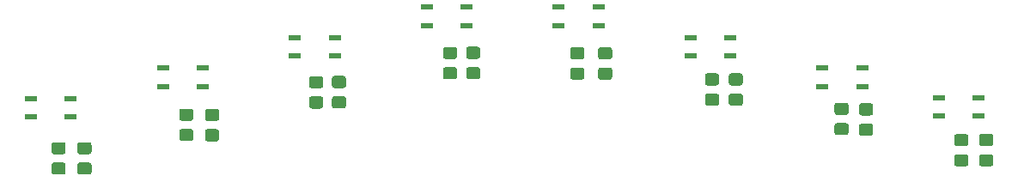
<source format=gbr>
%TF.GenerationSoftware,KiCad,Pcbnew,(5.1.9)-1*%
%TF.CreationDate,2021-05-13T01:41:10+02:00*%
%TF.ProjectId,CzujnikOdb,437a756a-6e69-46b4-9f64-622e6b696361,rev?*%
%TF.SameCoordinates,Original*%
%TF.FileFunction,Paste,Bot*%
%TF.FilePolarity,Positive*%
%FSLAX46Y46*%
G04 Gerber Fmt 4.6, Leading zero omitted, Abs format (unit mm)*
G04 Created by KiCad (PCBNEW (5.1.9)-1) date 2021-05-13 01:41:10*
%MOMM*%
%LPD*%
G01*
G04 APERTURE LIST*
%ADD10R,1.300000X0.600000*%
G04 APERTURE END LIST*
D10*
%TO.C,U8*%
X170435000Y-108345000D03*
X166505000Y-108345000D03*
X170435000Y-106545000D03*
X166505000Y-106545000D03*
%TD*%
%TO.C,U7*%
X158965000Y-105395000D03*
X155035000Y-105395000D03*
X158965000Y-103595000D03*
X155035000Y-103595000D03*
%TD*%
%TO.C,U6*%
X145965000Y-102395000D03*
X142035000Y-102395000D03*
X145965000Y-100595000D03*
X142035000Y-100595000D03*
%TD*%
%TO.C,U5*%
X132965000Y-99395000D03*
X129035000Y-99395000D03*
X132965000Y-97595000D03*
X129035000Y-97595000D03*
%TD*%
%TO.C,U4*%
X119965000Y-99395000D03*
X116035000Y-99395000D03*
X119965000Y-97595000D03*
X116035000Y-97595000D03*
%TD*%
%TO.C,U3*%
X106965000Y-102395000D03*
X103035000Y-102395000D03*
X106965000Y-100595000D03*
X103035000Y-100595000D03*
%TD*%
%TO.C,U2*%
X93965000Y-105395000D03*
X90035000Y-105395000D03*
X93965000Y-103595000D03*
X90035000Y-103595000D03*
%TD*%
%TO.C,U1*%
X80965000Y-108395000D03*
X77035000Y-108395000D03*
X80965000Y-106595000D03*
X77035000Y-106595000D03*
%TD*%
%TO.C,R11*%
G36*
G01*
X134070001Y-102740000D02*
X133169999Y-102740000D01*
G75*
G02*
X132920000Y-102490001I0J249999D01*
G01*
X132920000Y-101789999D01*
G75*
G02*
X133169999Y-101540000I249999J0D01*
G01*
X134070001Y-101540000D01*
G75*
G02*
X134320000Y-101789999I0J-249999D01*
G01*
X134320000Y-102490001D01*
G75*
G02*
X134070001Y-102740000I-249999J0D01*
G01*
G37*
G36*
G01*
X134070001Y-104740000D02*
X133169999Y-104740000D01*
G75*
G02*
X132920000Y-104490001I0J249999D01*
G01*
X132920000Y-103789999D01*
G75*
G02*
X133169999Y-103540000I249999J0D01*
G01*
X134070001Y-103540000D01*
G75*
G02*
X134320000Y-103789999I0J-249999D01*
G01*
X134320000Y-104490001D01*
G75*
G02*
X134070001Y-104740000I-249999J0D01*
G01*
G37*
%TD*%
%TO.C,R9*%
G36*
G01*
X131330001Y-104730000D02*
X130429999Y-104730000D01*
G75*
G02*
X130180000Y-104480001I0J249999D01*
G01*
X130180000Y-103779999D01*
G75*
G02*
X130429999Y-103530000I249999J0D01*
G01*
X131330001Y-103530000D01*
G75*
G02*
X131580000Y-103779999I0J-249999D01*
G01*
X131580000Y-104480001D01*
G75*
G02*
X131330001Y-104730000I-249999J0D01*
G01*
G37*
G36*
G01*
X131330001Y-102730000D02*
X130429999Y-102730000D01*
G75*
G02*
X130180000Y-102480001I0J249999D01*
G01*
X130180000Y-101779999D01*
G75*
G02*
X130429999Y-101530000I249999J0D01*
G01*
X131330001Y-101530000D01*
G75*
G02*
X131580000Y-101779999I0J-249999D01*
G01*
X131580000Y-102480001D01*
G75*
G02*
X131330001Y-102730000I-249999J0D01*
G01*
G37*
%TD*%
%TO.C,R8*%
G36*
G01*
X121070001Y-102690000D02*
X120169999Y-102690000D01*
G75*
G02*
X119920000Y-102440001I0J249999D01*
G01*
X119920000Y-101739999D01*
G75*
G02*
X120169999Y-101490000I249999J0D01*
G01*
X121070001Y-101490000D01*
G75*
G02*
X121320000Y-101739999I0J-249999D01*
G01*
X121320000Y-102440001D01*
G75*
G02*
X121070001Y-102690000I-249999J0D01*
G01*
G37*
G36*
G01*
X121070001Y-104690000D02*
X120169999Y-104690000D01*
G75*
G02*
X119920000Y-104440001I0J249999D01*
G01*
X119920000Y-103739999D01*
G75*
G02*
X120169999Y-103490000I249999J0D01*
G01*
X121070001Y-103490000D01*
G75*
G02*
X121320000Y-103739999I0J-249999D01*
G01*
X121320000Y-104440001D01*
G75*
G02*
X121070001Y-104690000I-249999J0D01*
G01*
G37*
%TD*%
%TO.C,R6*%
G36*
G01*
X118780001Y-104710000D02*
X117879999Y-104710000D01*
G75*
G02*
X117630000Y-104460001I0J249999D01*
G01*
X117630000Y-103759999D01*
G75*
G02*
X117879999Y-103510000I249999J0D01*
G01*
X118780001Y-103510000D01*
G75*
G02*
X119030000Y-103759999I0J-249999D01*
G01*
X119030000Y-104460001D01*
G75*
G02*
X118780001Y-104710000I-249999J0D01*
G01*
G37*
G36*
G01*
X118780001Y-102710000D02*
X117879999Y-102710000D01*
G75*
G02*
X117630000Y-102460001I0J249999D01*
G01*
X117630000Y-101759999D01*
G75*
G02*
X117879999Y-101510000I249999J0D01*
G01*
X118780001Y-101510000D01*
G75*
G02*
X119030000Y-101759999I0J-249999D01*
G01*
X119030000Y-102460001D01*
G75*
G02*
X118780001Y-102710000I-249999J0D01*
G01*
G37*
%TD*%
%TO.C,R1*%
G36*
G01*
X80200001Y-114100000D02*
X79299999Y-114100000D01*
G75*
G02*
X79050000Y-113850001I0J249999D01*
G01*
X79050000Y-113149999D01*
G75*
G02*
X79299999Y-112900000I249999J0D01*
G01*
X80200001Y-112900000D01*
G75*
G02*
X80450000Y-113149999I0J-249999D01*
G01*
X80450000Y-113850001D01*
G75*
G02*
X80200001Y-114100000I-249999J0D01*
G01*
G37*
G36*
G01*
X80200001Y-112100000D02*
X79299999Y-112100000D01*
G75*
G02*
X79050000Y-111850001I0J249999D01*
G01*
X79050000Y-111149999D01*
G75*
G02*
X79299999Y-110900000I249999J0D01*
G01*
X80200001Y-110900000D01*
G75*
G02*
X80450000Y-111149999I0J-249999D01*
G01*
X80450000Y-111850001D01*
G75*
G02*
X80200001Y-112100000I-249999J0D01*
G01*
G37*
%TD*%
%TO.C,R2*%
G36*
G01*
X92790001Y-108790000D02*
X91889999Y-108790000D01*
G75*
G02*
X91640000Y-108540001I0J249999D01*
G01*
X91640000Y-107839999D01*
G75*
G02*
X91889999Y-107590000I249999J0D01*
G01*
X92790001Y-107590000D01*
G75*
G02*
X93040000Y-107839999I0J-249999D01*
G01*
X93040000Y-108540001D01*
G75*
G02*
X92790001Y-108790000I-249999J0D01*
G01*
G37*
G36*
G01*
X92790001Y-110790000D02*
X91889999Y-110790000D01*
G75*
G02*
X91640000Y-110540001I0J249999D01*
G01*
X91640000Y-109839999D01*
G75*
G02*
X91889999Y-109590000I249999J0D01*
G01*
X92790001Y-109590000D01*
G75*
G02*
X93040000Y-109839999I0J-249999D01*
G01*
X93040000Y-110540001D01*
G75*
G02*
X92790001Y-110790000I-249999J0D01*
G01*
G37*
%TD*%
%TO.C,R3*%
G36*
G01*
X82750001Y-112100000D02*
X81849999Y-112100000D01*
G75*
G02*
X81600000Y-111850001I0J249999D01*
G01*
X81600000Y-111149999D01*
G75*
G02*
X81849999Y-110900000I249999J0D01*
G01*
X82750001Y-110900000D01*
G75*
G02*
X83000000Y-111149999I0J-249999D01*
G01*
X83000000Y-111850001D01*
G75*
G02*
X82750001Y-112100000I-249999J0D01*
G01*
G37*
G36*
G01*
X82750001Y-114100000D02*
X81849999Y-114100000D01*
G75*
G02*
X81600000Y-113850001I0J249999D01*
G01*
X81600000Y-113149999D01*
G75*
G02*
X81849999Y-112900000I249999J0D01*
G01*
X82750001Y-112900000D01*
G75*
G02*
X83000000Y-113149999I0J-249999D01*
G01*
X83000000Y-113850001D01*
G75*
G02*
X82750001Y-114100000I-249999J0D01*
G01*
G37*
%TD*%
%TO.C,R4*%
G36*
G01*
X95330001Y-110820000D02*
X94429999Y-110820000D01*
G75*
G02*
X94180000Y-110570001I0J249999D01*
G01*
X94180000Y-109869999D01*
G75*
G02*
X94429999Y-109620000I249999J0D01*
G01*
X95330001Y-109620000D01*
G75*
G02*
X95580000Y-109869999I0J-249999D01*
G01*
X95580000Y-110570001D01*
G75*
G02*
X95330001Y-110820000I-249999J0D01*
G01*
G37*
G36*
G01*
X95330001Y-108820000D02*
X94429999Y-108820000D01*
G75*
G02*
X94180000Y-108570001I0J249999D01*
G01*
X94180000Y-107869999D01*
G75*
G02*
X94429999Y-107620000I249999J0D01*
G01*
X95330001Y-107620000D01*
G75*
G02*
X95580000Y-107869999I0J-249999D01*
G01*
X95580000Y-108570001D01*
G75*
G02*
X95330001Y-108820000I-249999J0D01*
G01*
G37*
%TD*%
%TO.C,R5*%
G36*
G01*
X105590001Y-105590000D02*
X104689999Y-105590000D01*
G75*
G02*
X104440000Y-105340001I0J249999D01*
G01*
X104440000Y-104639999D01*
G75*
G02*
X104689999Y-104390000I249999J0D01*
G01*
X105590001Y-104390000D01*
G75*
G02*
X105840000Y-104639999I0J-249999D01*
G01*
X105840000Y-105340001D01*
G75*
G02*
X105590001Y-105590000I-249999J0D01*
G01*
G37*
G36*
G01*
X105590001Y-107590000D02*
X104689999Y-107590000D01*
G75*
G02*
X104440000Y-107340001I0J249999D01*
G01*
X104440000Y-106639999D01*
G75*
G02*
X104689999Y-106390000I249999J0D01*
G01*
X105590001Y-106390000D01*
G75*
G02*
X105840000Y-106639999I0J-249999D01*
G01*
X105840000Y-107340001D01*
G75*
G02*
X105590001Y-107590000I-249999J0D01*
G01*
G37*
%TD*%
%TO.C,R7*%
G36*
G01*
X107840001Y-107570000D02*
X106939999Y-107570000D01*
G75*
G02*
X106690000Y-107320001I0J249999D01*
G01*
X106690000Y-106619999D01*
G75*
G02*
X106939999Y-106370000I249999J0D01*
G01*
X107840001Y-106370000D01*
G75*
G02*
X108090000Y-106619999I0J-249999D01*
G01*
X108090000Y-107320001D01*
G75*
G02*
X107840001Y-107570000I-249999J0D01*
G01*
G37*
G36*
G01*
X107840001Y-105570000D02*
X106939999Y-105570000D01*
G75*
G02*
X106690000Y-105320001I0J249999D01*
G01*
X106690000Y-104619999D01*
G75*
G02*
X106939999Y-104370000I249999J0D01*
G01*
X107840001Y-104370000D01*
G75*
G02*
X108090000Y-104619999I0J-249999D01*
G01*
X108090000Y-105320001D01*
G75*
G02*
X107840001Y-105570000I-249999J0D01*
G01*
G37*
%TD*%
%TO.C,R10*%
G36*
G01*
X144610001Y-105310000D02*
X143709999Y-105310000D01*
G75*
G02*
X143460000Y-105060001I0J249999D01*
G01*
X143460000Y-104359999D01*
G75*
G02*
X143709999Y-104110000I249999J0D01*
G01*
X144610001Y-104110000D01*
G75*
G02*
X144860000Y-104359999I0J-249999D01*
G01*
X144860000Y-105060001D01*
G75*
G02*
X144610001Y-105310000I-249999J0D01*
G01*
G37*
G36*
G01*
X144610001Y-107310000D02*
X143709999Y-107310000D01*
G75*
G02*
X143460000Y-107060001I0J249999D01*
G01*
X143460000Y-106359999D01*
G75*
G02*
X143709999Y-106110000I249999J0D01*
G01*
X144610001Y-106110000D01*
G75*
G02*
X144860000Y-106359999I0J-249999D01*
G01*
X144860000Y-107060001D01*
G75*
G02*
X144610001Y-107310000I-249999J0D01*
G01*
G37*
%TD*%
%TO.C,R12*%
G36*
G01*
X146950001Y-107310000D02*
X146049999Y-107310000D01*
G75*
G02*
X145800000Y-107060001I0J249999D01*
G01*
X145800000Y-106359999D01*
G75*
G02*
X146049999Y-106110000I249999J0D01*
G01*
X146950001Y-106110000D01*
G75*
G02*
X147200000Y-106359999I0J-249999D01*
G01*
X147200000Y-107060001D01*
G75*
G02*
X146950001Y-107310000I-249999J0D01*
G01*
G37*
G36*
G01*
X146950001Y-105310000D02*
X146049999Y-105310000D01*
G75*
G02*
X145800000Y-105060001I0J249999D01*
G01*
X145800000Y-104359999D01*
G75*
G02*
X146049999Y-104110000I249999J0D01*
G01*
X146950001Y-104110000D01*
G75*
G02*
X147200000Y-104359999I0J-249999D01*
G01*
X147200000Y-105060001D01*
G75*
G02*
X146950001Y-105310000I-249999J0D01*
G01*
G37*
%TD*%
%TO.C,R13*%
G36*
G01*
X157370001Y-110210000D02*
X156469999Y-110210000D01*
G75*
G02*
X156220000Y-109960001I0J249999D01*
G01*
X156220000Y-109259999D01*
G75*
G02*
X156469999Y-109010000I249999J0D01*
G01*
X157370001Y-109010000D01*
G75*
G02*
X157620000Y-109259999I0J-249999D01*
G01*
X157620000Y-109960001D01*
G75*
G02*
X157370001Y-110210000I-249999J0D01*
G01*
G37*
G36*
G01*
X157370001Y-108210000D02*
X156469999Y-108210000D01*
G75*
G02*
X156220000Y-107960001I0J249999D01*
G01*
X156220000Y-107259999D01*
G75*
G02*
X156469999Y-107010000I249999J0D01*
G01*
X157370001Y-107010000D01*
G75*
G02*
X157620000Y-107259999I0J-249999D01*
G01*
X157620000Y-107960001D01*
G75*
G02*
X157370001Y-108210000I-249999J0D01*
G01*
G37*
%TD*%
%TO.C,R14*%
G36*
G01*
X169170001Y-111290000D02*
X168269999Y-111290000D01*
G75*
G02*
X168020000Y-111040001I0J249999D01*
G01*
X168020000Y-110339999D01*
G75*
G02*
X168269999Y-110090000I249999J0D01*
G01*
X169170001Y-110090000D01*
G75*
G02*
X169420000Y-110339999I0J-249999D01*
G01*
X169420000Y-111040001D01*
G75*
G02*
X169170001Y-111290000I-249999J0D01*
G01*
G37*
G36*
G01*
X169170001Y-113290000D02*
X168269999Y-113290000D01*
G75*
G02*
X168020000Y-113040001I0J249999D01*
G01*
X168020000Y-112339999D01*
G75*
G02*
X168269999Y-112090000I249999J0D01*
G01*
X169170001Y-112090000D01*
G75*
G02*
X169420000Y-112339999I0J-249999D01*
G01*
X169420000Y-113040001D01*
G75*
G02*
X169170001Y-113290000I-249999J0D01*
G01*
G37*
%TD*%
%TO.C,R15*%
G36*
G01*
X159780001Y-108270000D02*
X158879999Y-108270000D01*
G75*
G02*
X158630000Y-108020001I0J249999D01*
G01*
X158630000Y-107319999D01*
G75*
G02*
X158879999Y-107070000I249999J0D01*
G01*
X159780001Y-107070000D01*
G75*
G02*
X160030000Y-107319999I0J-249999D01*
G01*
X160030000Y-108020001D01*
G75*
G02*
X159780001Y-108270000I-249999J0D01*
G01*
G37*
G36*
G01*
X159780001Y-110270000D02*
X158879999Y-110270000D01*
G75*
G02*
X158630000Y-110020001I0J249999D01*
G01*
X158630000Y-109319999D01*
G75*
G02*
X158879999Y-109070000I249999J0D01*
G01*
X159780001Y-109070000D01*
G75*
G02*
X160030000Y-109319999I0J-249999D01*
G01*
X160030000Y-110020001D01*
G75*
G02*
X159780001Y-110270000I-249999J0D01*
G01*
G37*
%TD*%
%TO.C,R16*%
G36*
G01*
X171630001Y-113280000D02*
X170729999Y-113280000D01*
G75*
G02*
X170480000Y-113030001I0J249999D01*
G01*
X170480000Y-112329999D01*
G75*
G02*
X170729999Y-112080000I249999J0D01*
G01*
X171630001Y-112080000D01*
G75*
G02*
X171880000Y-112329999I0J-249999D01*
G01*
X171880000Y-113030001D01*
G75*
G02*
X171630001Y-113280000I-249999J0D01*
G01*
G37*
G36*
G01*
X171630001Y-111280000D02*
X170729999Y-111280000D01*
G75*
G02*
X170480000Y-111030001I0J249999D01*
G01*
X170480000Y-110329999D01*
G75*
G02*
X170729999Y-110080000I249999J0D01*
G01*
X171630001Y-110080000D01*
G75*
G02*
X171880000Y-110329999I0J-249999D01*
G01*
X171880000Y-111030001D01*
G75*
G02*
X171630001Y-111280000I-249999J0D01*
G01*
G37*
%TD*%
M02*

</source>
